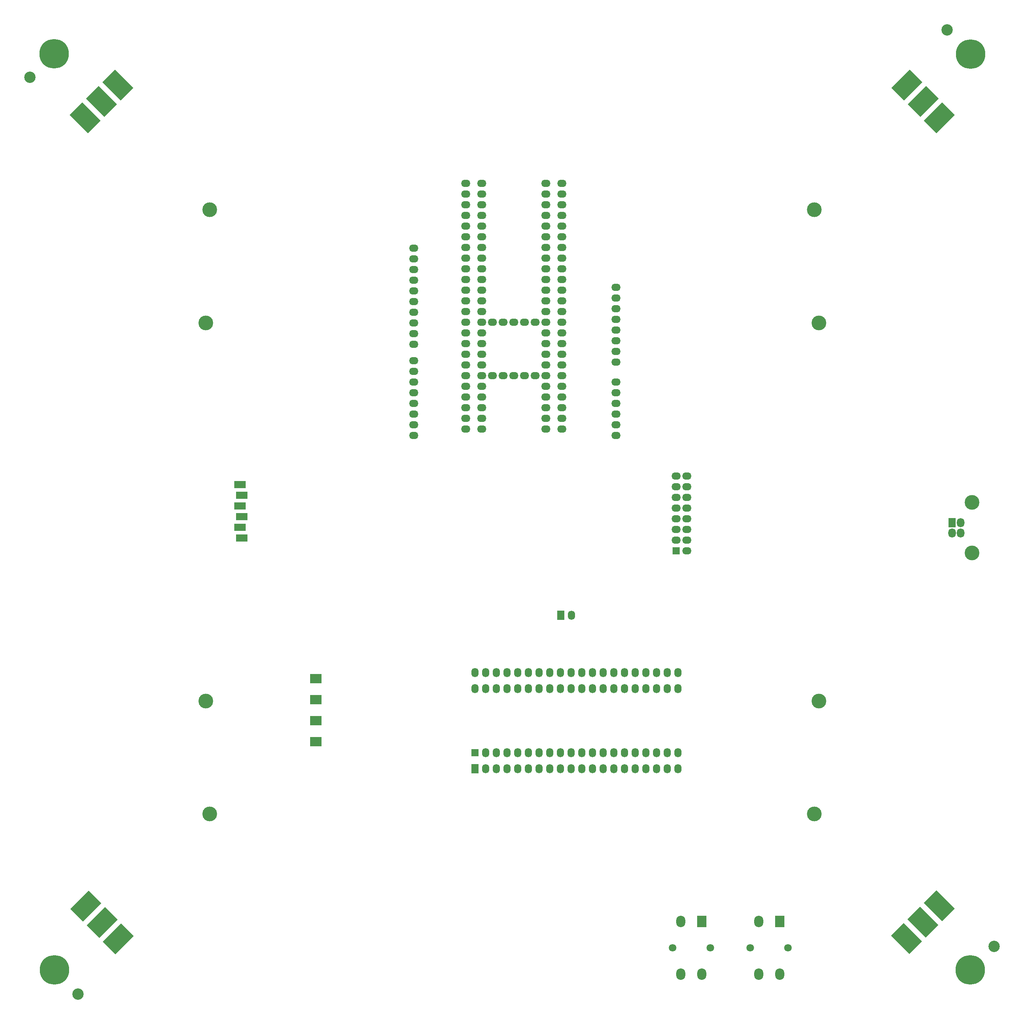
<source format=gbr>
G04 DipTrace 3.0.0.2*
G04 BottomMask.gbr*
%MOIN*%
G04 #@! TF.FileFunction,Soldermask,Bot*
G04 #@! TF.Part,Single*
%AMOUTLINE1*
4,1,4,
0.144762,-0.027839,
-0.027839,0.144762,
-0.144762,0.027839,
0.027839,-0.144762,
0.144762,-0.027839,
0*%
%AMOUTLINE4*
4,1,4,
0.027839,0.144762,
-0.144762,-0.027839,
-0.027839,-0.144762,
0.144762,0.027839,
0.027839,0.144762,
0*%
%AMOUTLINE7*
4,1,4,
-0.144762,0.027839,
0.027839,-0.144762,
0.144762,-0.027839,
-0.027839,0.144762,
-0.144762,0.027839,
0*%
%AMOUTLINE10*
4,1,4,
-0.027839,-0.144762,
0.144762,0.027839,
0.027839,0.144762,
-0.144762,-0.027839,
-0.027839,-0.144762,
0*%
%ADD35C,0.137795*%
%ADD36C,0.070866*%
%ADD37C,0.106299*%
%ADD38C,0.275591*%
%ADD46C,0.137795*%
%ADD48O,0.070866X0.086614*%
%ADD50R,0.070866X0.086614*%
%ADD52R,0.106299X0.066929*%
%ADD58O,0.086614X0.066929*%
%ADD60O,0.086614X0.106299*%
%ADD62R,0.086614X0.106299*%
%ADD66O,0.086614X0.066929*%
%ADD68R,0.106299X0.086614*%
%ADD70O,0.066929X0.086614*%
%ADD72R,0.066929X0.066929*%
%ADD74R,0.066929X0.086614*%
%ADD76O,0.066929X0.086614*%
%ADD85OUTLINE1*%
%ADD88OUTLINE4*%
%ADD91OUTLINE7*%
%ADD94OUTLINE10*%
%FSLAX26Y26*%
G04*
G70*
G90*
G75*
G01*
G04 BotMask*
%LPD*%
D76*
X5671654Y4152756D3*
D74*
X5571654D3*
D72*
X4768504Y2866142D3*
D70*
X4868504D3*
X4968504D3*
X5068504D3*
X5168504D3*
X5268504D3*
X5368504D3*
X5468504D3*
X5568504D3*
X5668504D3*
X5768504D3*
X5868504D3*
X5968504D3*
X6068504D3*
X6168504D3*
X6268504D3*
X6368504D3*
X6468504D3*
X6568504D3*
X6668504D3*
Y3466142D3*
X6568504D3*
X6468504D3*
X6368504D3*
X6268504D3*
X6168504D3*
X6068504D3*
X5968504D3*
X5868504D3*
X5768504D3*
X5668504D3*
X5568504D3*
X5468504D3*
X5368504D3*
X5268504D3*
X5168504D3*
X5068504D3*
X4968504D3*
X4868504D3*
X4768504D3*
D68*
X3280413Y3165600D3*
Y3559301D3*
Y3362450D3*
Y2968749D3*
D66*
X6090551Y6921260D3*
Y7021261D3*
Y7121260D3*
Y7221260D3*
Y6821259D3*
Y6721260D3*
Y6621259D3*
Y6521260D3*
X4196457Y6234794D3*
Y6334795D3*
Y6434794D3*
Y6534794D3*
Y6134793D3*
Y6034794D3*
Y5934793D3*
Y5834794D3*
X4196802Y7090009D3*
Y7190010D3*
Y7290009D3*
Y7390009D3*
Y6990008D3*
Y6890009D3*
Y6790008D3*
Y6690009D3*
Y7490009D3*
Y7590009D3*
X6090551Y5836220D3*
Y5936222D3*
Y6036220D3*
Y6136220D3*
Y6236220D3*
Y6336220D3*
D35*
X2287402Y7948819D3*
X7944882D3*
X2287402Y2291339D3*
X7944882D3*
X7988139Y3348475D3*
X2247983D3*
Y6887845D3*
X7988139D3*
D74*
X4768504Y2716142D3*
D70*
X4868504D3*
X4968504D3*
X5068504D3*
X5168504D3*
X5268504D3*
X5368504D3*
X5468504D3*
X5568504D3*
X5668504D3*
X5768504D3*
X5868504D3*
X5968504D3*
X6068504D3*
X6168504D3*
X6268504D3*
X6368504D3*
X6468504D3*
X6568504D3*
X6668504D3*
X6668898Y3615748D3*
X6568898D3*
X6468898D3*
X6368898D3*
X6268898D3*
X6168898D3*
X6068898D3*
X5968898D3*
X5868898D3*
X5768898D3*
X5668898D3*
X5568898D3*
X5468898D3*
X5368898D3*
X5268898D3*
X5168898D3*
X5068898D3*
X4968898D3*
X4868898D3*
X4768898D3*
D62*
X7622047Y1283465D3*
D60*
Y791339D3*
X7425197Y1283465D3*
Y791339D3*
D36*
X7700787Y1037402D3*
X7346457D3*
D85*
X9114781Y1430832D3*
X8808554Y1124605D3*
X8961667Y1277719D3*
D37*
X9629685Y1051575D3*
D38*
X9404476Y831790D3*
D88*
X8811293Y9115962D3*
X9117520Y8809735D3*
X8964406Y8962846D3*
D37*
X9190551Y9630866D3*
D38*
X9410335Y9405657D3*
D91*
X1119077Y8809325D3*
X1425304Y9115552D3*
X1272192Y8962438D3*
D37*
X604173Y9188583D3*
D38*
X829382Y9408367D3*
D94*
X1430832Y1121440D3*
X1124605Y1427667D3*
X1277719Y1274554D3*
D37*
X1051575Y606535D3*
D38*
X831790Y831744D3*
D62*
X6893701Y1283465D3*
D60*
Y791339D3*
X6696850Y1283465D3*
Y791339D3*
D36*
X6972441Y1037402D3*
X6618110D3*
D58*
X4684252Y8193701D3*
Y8093701D3*
Y7993701D3*
Y7893701D3*
Y7793701D3*
Y7693701D3*
Y7593701D3*
Y7493701D3*
Y7393701D3*
Y7293701D3*
Y7193701D3*
Y7093701D3*
Y6993701D3*
Y6893701D3*
Y6793701D3*
Y6693701D3*
Y6593701D3*
Y6493701D3*
Y6393701D3*
Y6293701D3*
Y6193701D3*
Y6093701D3*
Y5993701D3*
Y5893701D3*
X5583858Y6893701D3*
Y6793701D3*
Y6693701D3*
Y6593701D3*
Y6493701D3*
Y6393701D3*
Y6293701D3*
Y6193701D3*
Y6093701D3*
Y5993701D3*
Y5893701D3*
Y6993701D3*
Y7093701D3*
Y7193701D3*
Y7293701D3*
Y7393701D3*
Y7493701D3*
Y7593701D3*
Y7693701D3*
Y7793701D3*
Y7893701D3*
Y7993701D3*
Y8093701D3*
Y8193701D3*
X4833858Y8194094D3*
Y8094094D3*
Y7994094D3*
Y7894094D3*
Y7794094D3*
Y7694094D3*
Y7594094D3*
Y7494094D3*
Y7394094D3*
Y7294094D3*
Y7194094D3*
Y7094094D3*
Y6994094D3*
Y6894094D3*
Y6794094D3*
Y6694094D3*
Y6594094D3*
Y6494094D3*
Y6394094D3*
Y6294094D3*
Y6194094D3*
Y6094094D3*
Y5994094D3*
Y5894094D3*
X4933858Y6894094D3*
X5033858D3*
X5133858D3*
X5233858D3*
X5333858D3*
X5433858D3*
Y6794094D3*
Y6694094D3*
Y6594094D3*
Y6494094D3*
Y6394094D3*
Y6294094D3*
Y6194094D3*
Y6094094D3*
Y5994094D3*
Y5894094D3*
Y6994094D3*
Y7094094D3*
Y7194094D3*
Y7294094D3*
Y7394094D3*
Y7494094D3*
Y7594094D3*
Y7694094D3*
Y7794094D3*
Y7894094D3*
Y7994094D3*
Y8094094D3*
Y8194094D3*
X4933858Y6394094D3*
X5033858D3*
X5133858D3*
X5233858D3*
X5333858D3*
D72*
X6653543Y4755660D3*
D66*
X6753543D3*
X6653543Y4855659D3*
X6753543D3*
X6653543Y4955660D3*
X6753543D3*
X6653543Y5055660D3*
X6753543D3*
X6653543Y5155659D3*
X6753543D3*
X6653543Y5255659D3*
X6753543D3*
X6653543Y5355660D3*
X6753543D3*
X6653543Y5455659D3*
X6753543D3*
D52*
X2570866Y4976377D3*
X2586614Y5076386D3*
X2570866Y5176398D3*
X2586614Y5276408D3*
X2570866Y5376417D3*
X2586614Y4876378D3*
D50*
X9236220Y5019685D3*
D48*
Y4921260D3*
X9314961D3*
Y5019685D3*
D46*
X9421654Y4733465D3*
Y5207480D3*
M02*

</source>
